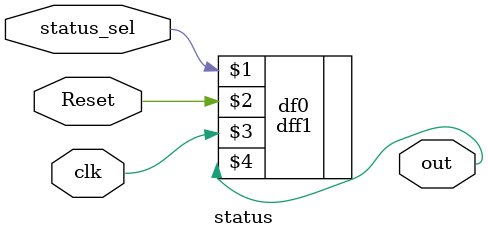
<source format=v>
module status ( status_sel ,Reset,clk , out );
input  status_sel,Reset,clk;
output out ;

dff1 df0(status_sel,Reset,clk,out);

endmodule 
</source>
